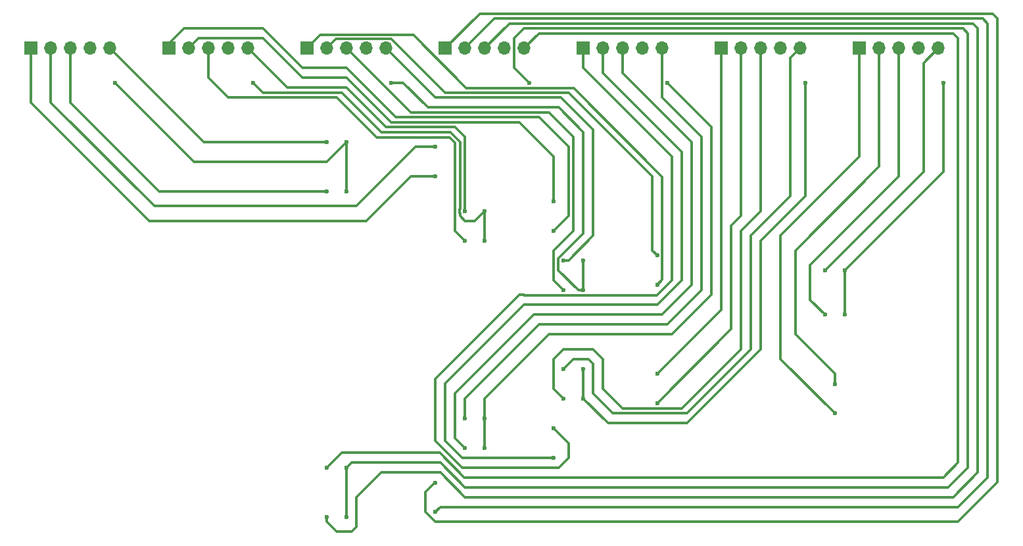
<source format=gbr>
%TF.GenerationSoftware,KiCad,Pcbnew,7.0.11+1*%
%TF.CreationDate,2024-06-09T21:21:38+01:00*%
%TF.ProjectId,crowland-green,63726f77-6c61-46e6-942d-677265656e2e,Rev 1*%
%TF.SameCoordinates,Original*%
%TF.FileFunction,Copper,L2,Bot*%
%TF.FilePolarity,Positive*%
%FSLAX46Y46*%
G04 Gerber Fmt 4.6, Leading zero omitted, Abs format (unit mm)*
G04 Created by KiCad (PCBNEW 7.0.11+1) date 2024-06-09 21:21:38*
%MOMM*%
%LPD*%
G01*
G04 APERTURE LIST*
%TA.AperFunction,ComponentPad*%
%ADD10R,1.700000X1.700000*%
%TD*%
%TA.AperFunction,ComponentPad*%
%ADD11O,1.700000X1.700000*%
%TD*%
%TA.AperFunction,ViaPad*%
%ADD12C,0.600000*%
%TD*%
%TA.AperFunction,Conductor*%
%ADD13C,0.300000*%
%TD*%
G04 APERTURE END LIST*
D10*
%TO.P,J1,1,Pin_1*%
%TO.N,/Point1/SW_L*%
X34290000Y-45720000D03*
D11*
%TO.P,J1,2,Pin_2*%
%TO.N,/Point1/SW_R*%
X36830000Y-45720000D03*
%TO.P,J1,3,Pin_3*%
%TO.N,/Point1/LED_L*%
X39370000Y-45720000D03*
%TO.P,J1,4,Pin_4*%
%TO.N,/Point1/LED_C*%
X41910000Y-45720000D03*
%TO.P,J1,5,Pin_5*%
%TO.N,/Point1/LED_R*%
X44450000Y-45720000D03*
%TD*%
D10*
%TO.P,J5,1,Pin_1*%
%TO.N,/Point5/SW_L*%
X105410000Y-45720000D03*
D11*
%TO.P,J5,2,Pin_2*%
%TO.N,/Point5/SW_R*%
X107950000Y-45720000D03*
%TO.P,J5,3,Pin_3*%
%TO.N,/Point5/LED_L*%
X110490000Y-45720000D03*
%TO.P,J5,4,Pin_4*%
%TO.N,/Point5/LED_C*%
X113030000Y-45720000D03*
%TO.P,J5,5,Pin_5*%
%TO.N,/Point5/LED_R*%
X115570000Y-45720000D03*
%TD*%
D10*
%TO.P,J4,1,Pin_1*%
%TO.N,/Point4/SW_L*%
X87630000Y-45720000D03*
D11*
%TO.P,J4,2,Pin_2*%
%TO.N,/Point4/SW_R*%
X90170000Y-45720000D03*
%TO.P,J4,3,Pin_3*%
%TO.N,/Point4/LED_L*%
X92710000Y-45720000D03*
%TO.P,J4,4,Pin_4*%
%TO.N,/Point4/LED_C*%
X95250000Y-45720000D03*
%TO.P,J4,5,Pin_5*%
%TO.N,/Point4/LED_R*%
X97790000Y-45720000D03*
%TD*%
D10*
%TO.P,J6,1,Pin_1*%
%TO.N,/Point6/SW_L*%
X123190000Y-45720000D03*
D11*
%TO.P,J6,2,Pin_2*%
%TO.N,/Point6/SW_R*%
X125730000Y-45720000D03*
%TO.P,J6,3,Pin_3*%
%TO.N,/Point6/LED_L*%
X128270000Y-45720000D03*
%TO.P,J6,4,Pin_4*%
%TO.N,/Point6/LED_C*%
X130810000Y-45720000D03*
%TO.P,J6,5,Pin_5*%
%TO.N,/Point6/LED_R*%
X133350000Y-45720000D03*
%TD*%
D10*
%TO.P,J7,1,Pin_1*%
%TO.N,/Point7/SW_L*%
X140970000Y-45720000D03*
D11*
%TO.P,J7,2,Pin_2*%
%TO.N,/Point7/SW_R*%
X143510000Y-45720000D03*
%TO.P,J7,3,Pin_3*%
%TO.N,/Point7/LED_L*%
X146050000Y-45720000D03*
%TO.P,J7,4,Pin_4*%
%TO.N,/Point7/LED_C*%
X148590000Y-45720000D03*
%TO.P,J7,5,Pin_5*%
%TO.N,/Point7/LED_R*%
X151130000Y-45720000D03*
%TD*%
D10*
%TO.P,J2,1,Pin_1*%
%TO.N,/Point2/SW_L*%
X52070000Y-45720000D03*
D11*
%TO.P,J2,2,Pin_2*%
%TO.N,/Point2/SW_R*%
X54610000Y-45720000D03*
%TO.P,J2,3,Pin_3*%
%TO.N,/Point2/LED_L*%
X57150000Y-45720000D03*
%TO.P,J2,4,Pin_4*%
%TO.N,/Point2/LED_C*%
X59690000Y-45720000D03*
%TO.P,J2,5,Pin_5*%
%TO.N,/Point2/LED_R*%
X62230000Y-45720000D03*
%TD*%
D10*
%TO.P,J3,1,Pin_1*%
%TO.N,/Point3/SW_L*%
X69850000Y-45720000D03*
D11*
%TO.P,J3,2,Pin_2*%
%TO.N,/Point3/SW_R*%
X72390000Y-45720000D03*
%TO.P,J3,3,Pin_3*%
%TO.N,/Point3/LED_L*%
X74930000Y-45720000D03*
%TO.P,J3,4,Pin_4*%
%TO.N,/Point3/LED_C*%
X77470000Y-45720000D03*
%TO.P,J3,5,Pin_5*%
%TO.N,/Point3/LED_R*%
X80010000Y-45720000D03*
%TD*%
D12*
%TO.N,/Point1/LED_R*%
X72390000Y-57785000D03*
%TO.N,Net-(D1-A)*%
X45085000Y-50165000D03*
X74930000Y-57785000D03*
X74930000Y-64135000D03*
%TO.N,/Point1/LED_L*%
X72390000Y-64135000D03*
%TO.N,/Point2/LED_R*%
X90170000Y-66675000D03*
%TO.N,Net-(D3-A)*%
X92710000Y-70485000D03*
X62865000Y-50165000D03*
X92710000Y-66675000D03*
%TO.N,/Point2/LED_L*%
X90170000Y-70485000D03*
%TO.N,/Point3/LED_R*%
X102870000Y-73025000D03*
%TO.N,Net-(D5-A)*%
X80645000Y-50165000D03*
X105410000Y-76835000D03*
X105410000Y-73025000D03*
%TO.N,/Point3/LED_L*%
X102870000Y-76835000D03*
%TO.N,/Point4/LED_R*%
X72390000Y-99695000D03*
%TO.N,Net-(D7-A)*%
X74930000Y-99695000D03*
X98425000Y-50165000D03*
X74930000Y-106045000D03*
%TO.N,/Point4/LED_L*%
X72390000Y-106045000D03*
%TO.N,/Point5/LED_R*%
X90170000Y-93345000D03*
%TO.N,Net-(D10-A)*%
X92710000Y-93345000D03*
X92710000Y-97155000D03*
X116205000Y-50165000D03*
%TO.N,/Point5/LED_L*%
X90170000Y-97155000D03*
%TO.N,/Point6/LED_R*%
X102870000Y-86995000D03*
%TO.N,Net-(D11-A)*%
X133985000Y-50165000D03*
X105410000Y-90805000D03*
X105410000Y-86995000D03*
%TO.N,/Point6/LED_L*%
X102870000Y-90805000D03*
%TO.N,/Point7/LED_R*%
X136525000Y-74295000D03*
%TO.N,Net-(D13-A)*%
X139065000Y-80010000D03*
X139065000Y-74295000D03*
X151765000Y-50165000D03*
%TO.N,/Point7/LED_L*%
X136525000Y-80010000D03*
%TO.N,/Point1/SW_L*%
X86360000Y-62170000D03*
%TO.N,/Point1/SW_R*%
X86360000Y-58420000D03*
%TO.N,/Point2/SW_L*%
X101600000Y-69185000D03*
%TO.N,/Point2/SW_R*%
X101600000Y-65435000D03*
%TO.N,/Point3/SW_L*%
X114935000Y-76140000D03*
%TO.N,/Point3/SW_R*%
X114935000Y-72390000D03*
%TO.N,/Point4/SW_L*%
X86360000Y-101660000D03*
%TO.N,/Point4/SW_R*%
X86360000Y-105410000D03*
%TO.N,/Point5/SW_L*%
X101600000Y-94645000D03*
%TO.N,/Point5/SW_R*%
X101600000Y-98395000D03*
%TO.N,/Point6/SW_L*%
X114935000Y-87630000D03*
%TO.N,/Point6/SW_R*%
X114935000Y-91380000D03*
%TO.N,/Point7/SW_L*%
X137795000Y-92680000D03*
%TO.N,/Point7/SW_R*%
X137795000Y-88930000D03*
%TD*%
D13*
%TO.N,/Point4/SW_L*%
X87630000Y-45720000D02*
X92075000Y-41275000D01*
X92075000Y-41275000D02*
X158115000Y-41275000D01*
X158115000Y-41275000D02*
X158750000Y-41910000D01*
X85090000Y-105410000D02*
X85090000Y-102870000D01*
X158750000Y-41910000D02*
X158750000Y-101600000D01*
X153670000Y-106680000D02*
X86360000Y-106680000D01*
X158750000Y-101600000D02*
X153670000Y-106680000D01*
X86360000Y-106680000D02*
X85090000Y-105410000D01*
X85090000Y-102870000D02*
X86300000Y-101660000D01*
X86300000Y-101660000D02*
X86360000Y-101660000D01*
%TO.N,/Point4/SW_R*%
X86995000Y-104775000D02*
X153670000Y-104775000D01*
X86360000Y-105410000D02*
X86995000Y-104775000D01*
%TO.N,/Point1/SW_R*%
X36830000Y-45720000D02*
X36830000Y-52705000D01*
X36830000Y-52705000D02*
X50165000Y-66040000D01*
X50165000Y-66040000D02*
X76200000Y-66040000D01*
X76200000Y-66040000D02*
X83820000Y-58420000D01*
X83820000Y-58420000D02*
X86360000Y-58420000D01*
%TO.N,/Point1/SW_L*%
X86360000Y-62170000D02*
X83245000Y-62170000D01*
X83245000Y-62170000D02*
X77470000Y-67945000D01*
X77470000Y-67945000D02*
X49530000Y-67945000D01*
X49530000Y-67945000D02*
X34290000Y-52705000D01*
X34290000Y-52705000D02*
X34290000Y-45720000D01*
%TO.N,Net-(D13-A)*%
X151765000Y-50165000D02*
X151765000Y-61595000D01*
X151765000Y-61595000D02*
X139065000Y-74295000D01*
%TO.N,/Point1/LED_R*%
X72390000Y-57785000D02*
X56515000Y-57785000D01*
X56515000Y-57785000D02*
X44450000Y-45720000D01*
%TO.N,Net-(D1-A)*%
X55245000Y-60325000D02*
X72390000Y-60325000D01*
X45085000Y-50165000D02*
X55245000Y-60325000D01*
X74930000Y-57785000D02*
X74930000Y-64135000D01*
X72390000Y-60325000D02*
X74930000Y-57785000D01*
%TO.N,/Point1/LED_L*%
X39370000Y-52705000D02*
X39370000Y-45720000D01*
X72390000Y-64135000D02*
X50800000Y-64135000D01*
X50800000Y-64135000D02*
X39370000Y-52705000D01*
%TO.N,/Point2/LED_R*%
X88900000Y-55880000D02*
X90170000Y-57150000D01*
X67310000Y-50800000D02*
X74930000Y-50800000D01*
X80010000Y-55880000D02*
X88900000Y-55880000D01*
X90170000Y-57150000D02*
X90170000Y-66675000D01*
X62230000Y-45720000D02*
X67310000Y-50800000D01*
X74930000Y-50800000D02*
X80010000Y-55880000D01*
%TO.N,Net-(D3-A)*%
X89535000Y-67310000D02*
X90170000Y-67945000D01*
X88265000Y-56515000D02*
X79375000Y-56515000D01*
X89535000Y-66390761D02*
X89535000Y-57785000D01*
X91440000Y-67945000D02*
X90170000Y-67945000D01*
X92710000Y-66675000D02*
X91440000Y-67945000D01*
X89535000Y-66959239D02*
X89520000Y-66944239D01*
X89520000Y-66405761D02*
X89535000Y-66390761D01*
X79375000Y-56515000D02*
X74295000Y-51435000D01*
X74295000Y-51435000D02*
X64135000Y-51435000D01*
X89535000Y-67310000D02*
X89535000Y-66959239D01*
X92710000Y-66675000D02*
X92710000Y-70485000D01*
X89535000Y-57785000D02*
X88265000Y-56515000D01*
X89520000Y-66944239D02*
X89520000Y-66405761D01*
X64135000Y-51435000D02*
X62865000Y-50165000D01*
%TO.N,/Point2/LED_L*%
X57150000Y-49530000D02*
X57150000Y-45720000D01*
X73660000Y-52070000D02*
X59690000Y-52070000D01*
X88228947Y-57186053D02*
X78776053Y-57186053D01*
X88900000Y-69215000D02*
X88900000Y-57857106D01*
X90170000Y-70485000D02*
X88900000Y-69215000D01*
X88900000Y-57857106D02*
X88228947Y-57186053D01*
X78776053Y-57186053D02*
X73660000Y-52070000D01*
X59690000Y-52070000D02*
X57150000Y-49530000D01*
%TO.N,/Point3/LED_R*%
X86360000Y-52070000D02*
X102552500Y-52070000D01*
X80010000Y-45720000D02*
X86360000Y-52070000D01*
X102552500Y-52070000D02*
X106680000Y-56197500D01*
X106680000Y-56197500D02*
X106680000Y-69850000D01*
X103505000Y-73025000D02*
X102870000Y-73025000D01*
X106680000Y-69850000D02*
X103505000Y-73025000D01*
%TO.N,Net-(D5-A)*%
X104775000Y-76835000D02*
X102220000Y-74280000D01*
X80645000Y-50165000D02*
X82232500Y-50165000D01*
X105410000Y-73025000D02*
X105410000Y-76835000D01*
X105410000Y-69565761D02*
X102220000Y-72755761D01*
X85407500Y-53340000D02*
X102235000Y-53340000D01*
X102220000Y-74280000D02*
X102220000Y-72755761D01*
X105410000Y-56515000D02*
X105410000Y-69565761D01*
X105410000Y-76835000D02*
X104775000Y-76835000D01*
X102235000Y-53340000D02*
X105410000Y-56515000D01*
X82232500Y-50165000D02*
X85407500Y-53340000D01*
%TO.N,/Point3/LED_L*%
X102870000Y-76835000D02*
X101600000Y-75565000D01*
X104140000Y-69215000D02*
X104140000Y-57150000D01*
X100965000Y-53975000D02*
X83185000Y-53975000D01*
X101600000Y-71755000D02*
X104140000Y-69215000D01*
X104140000Y-57150000D02*
X100965000Y-53975000D01*
X101600000Y-75565000D02*
X101600000Y-71755000D01*
X83185000Y-53975000D02*
X74930000Y-45720000D01*
%TO.N,/Point4/LED_R*%
X74295000Y-97790000D02*
X86922894Y-97790000D01*
X72390000Y-99695000D02*
X74295000Y-97790000D01*
X151765000Y-100965000D02*
X153670000Y-99060000D01*
X153670000Y-99060000D02*
X153670000Y-44450000D01*
X90097894Y-100965000D02*
X151765000Y-100965000D01*
X86922894Y-97790000D02*
X90097894Y-100965000D01*
X99695000Y-43815000D02*
X97790000Y-45720000D01*
X153670000Y-44450000D02*
X153035000Y-43815000D01*
X153035000Y-43815000D02*
X99695000Y-43815000D01*
%TO.N,Net-(D7-A)*%
X97790000Y-43180000D02*
X96520000Y-44450000D01*
X154940000Y-43815000D02*
X154305000Y-43180000D01*
X86995000Y-99060000D02*
X90170000Y-102235000D01*
X154305000Y-43180000D02*
X97790000Y-43180000D01*
X152400000Y-102235000D02*
X154940000Y-99695000D01*
X74930000Y-99695000D02*
X74930000Y-106045000D01*
X75565000Y-99060000D02*
X86995000Y-99060000D01*
X154940000Y-99695000D02*
X154940000Y-43815000D01*
X90170000Y-102235000D02*
X152400000Y-102235000D01*
X96520000Y-44450000D02*
X96520000Y-48260000D01*
X96520000Y-48260000D02*
X98425000Y-50165000D01*
X74930000Y-99695000D02*
X75565000Y-99060000D01*
%TO.N,/Point4/LED_L*%
X76200000Y-107315000D02*
X76200000Y-103505000D01*
X73660000Y-107950000D02*
X75565000Y-107950000D01*
X75565000Y-107950000D02*
X76200000Y-107315000D01*
X79375000Y-100330000D02*
X86995000Y-100330000D01*
X153035000Y-103505000D02*
X156210000Y-100330000D01*
X155575000Y-42545000D02*
X95885000Y-42545000D01*
X156210000Y-100330000D02*
X156210000Y-43180000D01*
X90170000Y-103505000D02*
X153035000Y-103505000D01*
X86995000Y-100330000D02*
X90170000Y-103505000D01*
X76200000Y-103505000D02*
X79375000Y-100330000D01*
X156210000Y-43180000D02*
X155575000Y-42545000D01*
X72390000Y-106045000D02*
X72390000Y-106680000D01*
X95885000Y-42545000D02*
X92710000Y-45720000D01*
X72390000Y-106680000D02*
X73660000Y-107950000D01*
%TO.N,/Point5/LED_R*%
X115555000Y-52055000D02*
X115555000Y-45735000D01*
X90170000Y-93345000D02*
X90170000Y-90805000D01*
X116205000Y-81280000D02*
X120650000Y-76835000D01*
X120650000Y-57150000D02*
X115555000Y-52055000D01*
X99695000Y-81280000D02*
X116205000Y-81280000D01*
X120650000Y-76835000D02*
X120650000Y-57150000D01*
X90170000Y-90805000D02*
X99695000Y-81280000D01*
%TO.N,Net-(D10-A)*%
X100965000Y-82550000D02*
X92710000Y-90805000D01*
X116840000Y-82550000D02*
X100965000Y-82550000D01*
X121920000Y-55880000D02*
X121920000Y-77470000D01*
X121920000Y-77470000D02*
X116840000Y-82550000D01*
X92710000Y-90805000D02*
X92710000Y-93345000D01*
X116205000Y-50165000D02*
X121920000Y-55880000D01*
X92710000Y-93345000D02*
X92710000Y-97155000D01*
%TO.N,/Point5/LED_L*%
X115570000Y-80010000D02*
X99060000Y-80010000D01*
X99060000Y-80010000D02*
X88900000Y-90170000D01*
X88900000Y-95885000D02*
X90170000Y-97155000D01*
X119380000Y-76200000D02*
X115570000Y-80010000D01*
X88900000Y-90170000D02*
X88900000Y-95885000D01*
X110490000Y-45720000D02*
X110490000Y-48895000D01*
X110490000Y-48895000D02*
X119380000Y-57785000D01*
X119380000Y-57785000D02*
X119380000Y-76200000D01*
%TO.N,/Point6/LED_R*%
X102870000Y-86995000D02*
X104140000Y-85725000D01*
X106680000Y-86360000D02*
X106680000Y-90170000D01*
X127000000Y-69850000D02*
X132080000Y-64770000D01*
X106680000Y-90170000D02*
X109220000Y-92710000D01*
X104140000Y-85725000D02*
X106045000Y-85725000D01*
X109220000Y-92710000D02*
X118745000Y-92710000D01*
X118745000Y-92710000D02*
X127000000Y-84455000D01*
X127000000Y-84455000D02*
X127000000Y-69850000D01*
X132080000Y-64770000D02*
X132080000Y-46990000D01*
X132080000Y-46990000D02*
X133350000Y-45720000D01*
X106045000Y-85725000D02*
X106680000Y-86360000D01*
%TO.N,Net-(D11-A)*%
X133985000Y-64770000D02*
X128270000Y-70485000D01*
X118745000Y-93980000D02*
X108585000Y-93980000D01*
X105410000Y-86995000D02*
X105410000Y-90805000D01*
X128270000Y-84455000D02*
X118745000Y-93980000D01*
X128270000Y-70485000D02*
X128270000Y-84455000D01*
X133985000Y-50165000D02*
X133985000Y-64770000D01*
X108585000Y-93980000D02*
X105410000Y-90805000D01*
%TO.N,/Point6/LED_L*%
X125730000Y-84455000D02*
X125730000Y-69215000D01*
X106680000Y-84455000D02*
X107950000Y-85725000D01*
X102870000Y-84455000D02*
X106680000Y-84455000D01*
X107950000Y-85725000D02*
X107950000Y-89535000D01*
X118110000Y-92075000D02*
X125730000Y-84455000D01*
X125730000Y-69215000D02*
X128270000Y-66675000D01*
X110490000Y-92075000D02*
X118110000Y-92075000D01*
X102870000Y-90805000D02*
X101600000Y-89535000D01*
X101600000Y-89535000D02*
X101600000Y-85725000D01*
X101600000Y-85725000D02*
X102870000Y-84455000D01*
X107950000Y-89535000D02*
X110490000Y-92075000D01*
X128270000Y-66675000D02*
X128270000Y-45720000D01*
%TO.N,/Point7/LED_R*%
X149225000Y-61595000D02*
X149225000Y-47625000D01*
X136525000Y-74295000D02*
X149225000Y-61595000D01*
X149225000Y-47625000D02*
X151130000Y-45720000D01*
%TO.N,Net-(D13-A)*%
X139065000Y-80010000D02*
X139065000Y-74295000D01*
%TO.N,/Point7/LED_L*%
X146050000Y-45720000D02*
X146050000Y-62230000D01*
X146050000Y-62230000D02*
X134620000Y-73660000D01*
X134620000Y-73660000D02*
X134620000Y-78105000D01*
X134620000Y-78105000D02*
X136525000Y-80010000D01*
%TO.N,/Point2/SW_L*%
X64135000Y-43180000D02*
X53975000Y-43180000D01*
X69215000Y-48260000D02*
X64135000Y-43180000D01*
X74930000Y-48260000D02*
X69215000Y-48260000D01*
X53975000Y-43180000D02*
X52070000Y-45085000D01*
X101600000Y-69185000D02*
X103505000Y-67280000D01*
X103505000Y-58420000D02*
X99695000Y-54610000D01*
X103505000Y-67280000D02*
X103505000Y-58420000D01*
X81280000Y-54610000D02*
X74930000Y-48260000D01*
X99695000Y-54610000D02*
X81280000Y-54610000D01*
%TO.N,/Point2/SW_R*%
X101600000Y-59690000D02*
X101600000Y-65435000D01*
X54610000Y-45720000D02*
X55880000Y-44450000D01*
X64135000Y-44450000D02*
X69215000Y-49530000D01*
X55880000Y-44450000D02*
X64135000Y-44450000D01*
X80645000Y-55245000D02*
X97155000Y-55245000D01*
X97155000Y-55245000D02*
X101600000Y-59690000D01*
X74930000Y-49530000D02*
X80645000Y-55245000D01*
X69215000Y-49530000D02*
X74930000Y-49530000D01*
%TO.N,/Point3/SW_L*%
X71550000Y-44020000D02*
X83530000Y-44020000D01*
X115585000Y-75490000D02*
X114935000Y-76140000D01*
X104176053Y-50836053D02*
X115585000Y-62245000D01*
X90346053Y-50836053D02*
X104176053Y-50836053D01*
X115585000Y-62245000D02*
X115585000Y-75490000D01*
X83530000Y-44020000D02*
X90346053Y-50836053D01*
X69850000Y-45720000D02*
X71550000Y-44020000D01*
%TO.N,/Point3/SW_R*%
X114300000Y-71755000D02*
X114935000Y-72390000D01*
X114300000Y-62230000D02*
X114300000Y-71755000D01*
X103505000Y-51435000D02*
X114300000Y-62230000D01*
X73590000Y-44520000D02*
X80715000Y-44520000D01*
X72390000Y-45720000D02*
X73590000Y-44520000D01*
X80715000Y-44520000D02*
X87630000Y-51435000D01*
X87630000Y-51435000D02*
X103505000Y-51435000D01*
%TO.N,/Point4/SW_R*%
X153670000Y-104775000D02*
X157480000Y-100965000D01*
X156845000Y-41910000D02*
X93980000Y-41910000D01*
X157480000Y-42545000D02*
X156845000Y-41910000D01*
X157480000Y-100965000D02*
X157480000Y-42545000D01*
X93980000Y-41910000D02*
X90170000Y-45720000D01*
%TO.N,/Point5/SW_L*%
X105410000Y-48260000D02*
X105410000Y-45720000D01*
X97155000Y-77470000D02*
X97790000Y-77470000D01*
X114920000Y-77485000D02*
X116840000Y-75565000D01*
X102235000Y-99695000D02*
X89852500Y-99695000D01*
X97805000Y-77485000D02*
X114920000Y-77485000D01*
X86360000Y-88265000D02*
X97155000Y-77470000D01*
X97790000Y-77470000D02*
X97805000Y-77485000D01*
X116840000Y-75565000D02*
X116840000Y-59690000D01*
X89852500Y-99695000D02*
X86360000Y-96202500D01*
X103505000Y-98425000D02*
X102235000Y-99695000D01*
X101600000Y-94645000D02*
X103505000Y-96550000D01*
X103505000Y-96550000D02*
X103505000Y-98425000D01*
X116840000Y-59690000D02*
X105410000Y-48260000D01*
X86360000Y-96202500D02*
X86360000Y-88265000D01*
%TO.N,/Point5/SW_R*%
X107950000Y-45720000D02*
X107950000Y-48895000D01*
X97790000Y-78740000D02*
X87630000Y-88900000D01*
X89852500Y-98425000D02*
X101570000Y-98425000D01*
X87630000Y-96202500D02*
X89852500Y-98425000D01*
X118110000Y-59055000D02*
X118110000Y-75565000D01*
X87630000Y-88900000D02*
X87630000Y-96202500D01*
X114935000Y-78740000D02*
X97790000Y-78740000D01*
X107950000Y-48895000D02*
X118110000Y-59055000D01*
X101570000Y-98425000D02*
X101600000Y-98395000D01*
X118110000Y-75565000D02*
X114935000Y-78740000D01*
%TO.N,/Point6/SW_L*%
X114935000Y-87630000D02*
X123190000Y-79375000D01*
X123190000Y-79375000D02*
X123190000Y-45720000D01*
%TO.N,/Point6/SW_R*%
X124460000Y-68507894D02*
X125730000Y-67237894D01*
X125730000Y-67237894D02*
X125730000Y-45720000D01*
X114935000Y-91380000D02*
X124460000Y-81855000D01*
X124460000Y-81855000D02*
X124460000Y-68507894D01*
%TO.N,/Point7/SW_L*%
X140970000Y-59690000D02*
X130810000Y-69850000D01*
X130810000Y-85695000D02*
X137795000Y-92680000D01*
X140970000Y-45720000D02*
X140970000Y-59690000D01*
X130810000Y-69850000D02*
X130810000Y-85695000D01*
%TO.N,/Point7/SW_R*%
X137795000Y-87630000D02*
X132715000Y-82550000D01*
X132715000Y-82550000D02*
X132715000Y-71755000D01*
X132715000Y-71755000D02*
X143510000Y-60960000D01*
X137795000Y-88930000D02*
X137795000Y-87630000D01*
X143510000Y-60960000D02*
X143510000Y-45720000D01*
%TD*%
M02*

</source>
